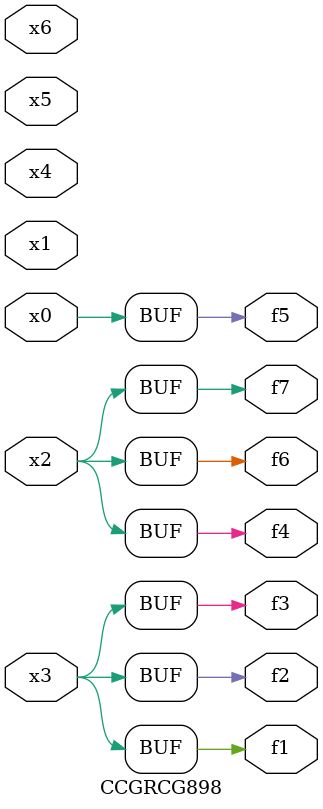
<source format=v>
module CCGRCG898(
	input x0, x1, x2, x3, x4, x5, x6,
	output f1, f2, f3, f4, f5, f6, f7
);
	assign f1 = x3;
	assign f2 = x3;
	assign f3 = x3;
	assign f4 = x2;
	assign f5 = x0;
	assign f6 = x2;
	assign f7 = x2;
endmodule

</source>
